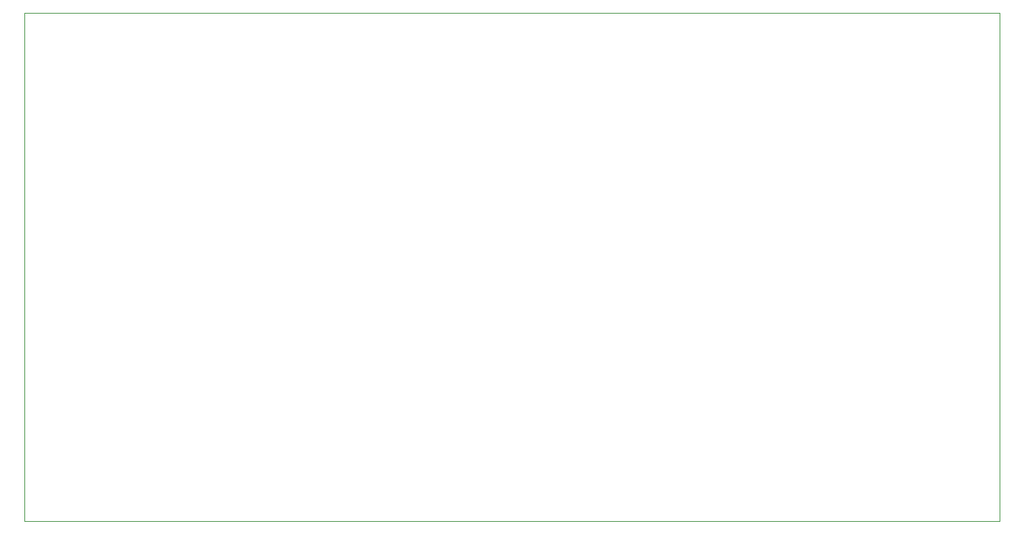
<source format=gbr>
%TF.GenerationSoftware,KiCad,Pcbnew,(5.1.10)-1*%
%TF.CreationDate,2022-03-09T11:46:58-05:00*%
%TF.ProjectId,PacMan-display,5061634d-616e-42d6-9469-73706c61792e,1.0*%
%TF.SameCoordinates,Original*%
%TF.FileFunction,Profile,NP*%
%FSLAX46Y46*%
G04 Gerber Fmt 4.6, Leading zero omitted, Abs format (unit mm)*
G04 Created by KiCad (PCBNEW (5.1.10)-1) date 2022-03-09 11:46:58*
%MOMM*%
%LPD*%
G01*
G04 APERTURE LIST*
%TA.AperFunction,Profile*%
%ADD10C,0.050000*%
%TD*%
G04 APERTURE END LIST*
D10*
X82184000Y-68498000D02*
X82184000Y-128498000D01*
X82184000Y-128498000D02*
X197184000Y-128498000D01*
X197184000Y-68498000D02*
X197184000Y-128498000D01*
X82184000Y-68498000D02*
X197184000Y-68498000D01*
M02*

</source>
